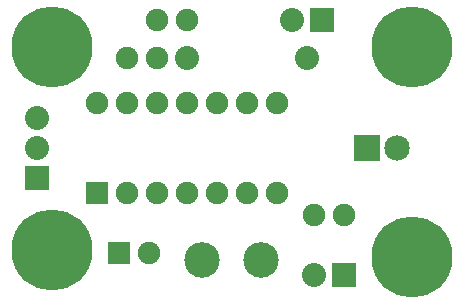
<source format=gbs>
G04 (created by PCBNEW-RS274X (2011-05-25)-stable) date Thu 09 Aug 2012 06:56:50 PM EDT*
G01*
G70*
G90*
%MOIN*%
G04 Gerber Fmt 3.4, Leading zero omitted, Abs format*
%FSLAX34Y34*%
G04 APERTURE LIST*
%ADD10C,0.006000*%
%ADD11C,0.080000*%
%ADD12R,0.080000X0.080000*%
%ADD13R,0.075000X0.075000*%
%ADD14C,0.075000*%
%ADD15C,0.270000*%
%ADD16C,0.118400*%
%ADD17R,0.085000X0.085000*%
%ADD18C,0.085000*%
G04 APERTURE END LIST*
G54D10*
G54D11*
X51000Y-25000D03*
X47000Y-25000D03*
G54D12*
X52250Y-32250D03*
G54D11*
X51250Y-32250D03*
G54D12*
X51500Y-23750D03*
G54D11*
X50500Y-23750D03*
G54D13*
X44000Y-29500D03*
G54D14*
X45000Y-29500D03*
X46000Y-29500D03*
X47000Y-29500D03*
X48000Y-29500D03*
X49000Y-29500D03*
X50000Y-29500D03*
X50000Y-26500D03*
X49000Y-26500D03*
X48000Y-26500D03*
X47000Y-26500D03*
X46000Y-26500D03*
X45000Y-26500D03*
X44000Y-26500D03*
X51250Y-30250D03*
X52250Y-30250D03*
X47000Y-23750D03*
X46000Y-23750D03*
X45000Y-25000D03*
X46000Y-25000D03*
G54D13*
X44750Y-31500D03*
G54D14*
X45750Y-31500D03*
G54D12*
X42000Y-29000D03*
G54D11*
X42000Y-28000D03*
X42000Y-27000D03*
G54D15*
X42500Y-24650D03*
X54500Y-24650D03*
X42500Y-31400D03*
X54500Y-31650D03*
G54D16*
X47500Y-31750D03*
X49469Y-31750D03*
G54D17*
X53000Y-28000D03*
G54D18*
X54000Y-28000D03*
M02*

</source>
